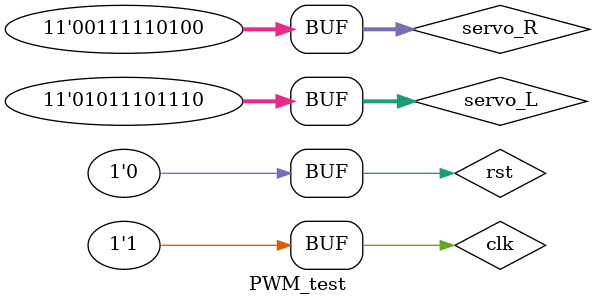
<source format=v>
`timescale 1ns / 1ps

module PWM_test;

reg clk;
reg rst;
wire L;
wire R;
reg [10:0] servo_L,servo_R;

servo_to_PWM my_PWM(
.clk(clk),
.PWM_L(L),
.PWM_R(R),
.servo_L(servo_L),
.servo_R(servo_R)
);
initial begin 
rst=0;
clk=0;
#1750000;  // 2sec delay
rst =1;
#1000000;
rst=0;
end
always begin 
clk =0;
#5;
clk=1;
#5;
end
always begin
servo_L = 500;
servo_R= 250;
#50000000;
servo_L =  750;
servo_R=   500;
#50000000;
end
endmodule

</source>
